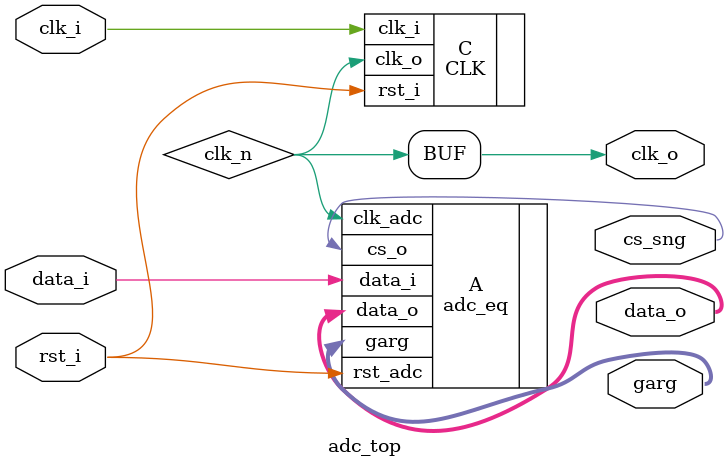
<source format=v>
`timescale 1ns / 1ps
module adc_top(clk_i,rst_i,data_i,cs_sng,clk_o,garg,data_o);

	input wire clk_i;
	input wire rst_i;
	input wire data_i;
	output wire cs_sng;
	output wire clk_o; 
	output wire [3:0]garg;
	output wire [11:0]data_o;
	
wire clk_n;
	
CLK C (
    .clk_i(clk_i), 
    .rst_i(rst_i), 
    .clk_o(clk_n)
    );
adc_eq A (
    .clk_adc(clk_n), 
    .data_i(data_i),
    .cs_o(cs_sng), 
    .data_o(data_o), 
    .rst_adc(rst_i), 
    .garg(garg)
    );
	 
assign clk_o = clk_n;	
endmodule

</source>
